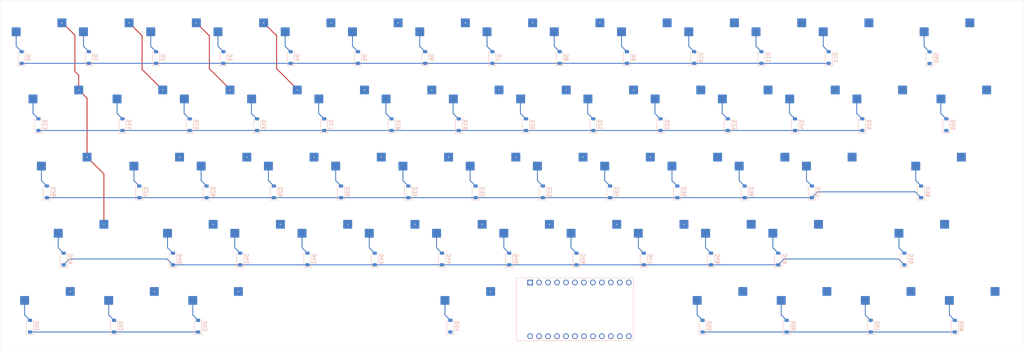
<source format=kicad_pcb>
(kicad_pcb (version 20241229) (generator "pcbnew") (generator_version "9.0")
  (layers (0 "F.Cu" signal) (2 "B.Cu" signal) (13 "F.Paste" user) (15 "B.Paste" user) (5 "F.SilkS" user "F.Silkscreen") (7 "B.SilkS" user "B.Silkscreen") (1 "F.Mask" user) (3 "B.Mask" user) (25 "Edge.Cuts" user))
  (net 0 "")
  (net 1 "Row0")
  (net 2 "Net-(D0-A)")
  (net 3 "Net-(D1-A)")
  (net 4 "Net-(D2-A)")
  (net 5 "Net-(D3-A)")
  (net 6 "Net-(D4-A)")
  (net 7 "Net-(D5-A)")
  (net 8 "Net-(D6-A)")
  (net 9 "Net-(D7-A)")
  (net 10 "Net-(D8-A)")
  (net 11 "Net-(D9-A)")
  (net 12 "Net-(D10-A)")
  (net 13 "Net-(D11-A)")
  (net 14 "Net-(D12-A)")
  (net 15 "Net-(D13-A)")
  (net 16 "Row1")
  (net 17 "Net-(D14-A)")
  (net 18 "Net-(D15-A)")
  (net 19 "Net-(D16-A)")
  (net 20 "Net-(D17-A)")
  (net 21 "Net-(D18-A)")
  (net 22 "Net-(D19-A)")
  (net 23 "Net-(D20-A)")
  (net 24 "Net-(D21-A)")
  (net 25 "Net-(D22-A)")
  (net 26 "Net-(D23-A)")
  (net 27 "Net-(D24-A)")
  (net 28 "Net-(D25-A)")
  (net 29 "Net-(D26-A)")
  (net 30 "Net-(D27-A)")
  (net 31 "Net-(D28-A)")
  (net 32 "Row2")
  (net 33 "Net-(D29-A)")
  (net 34 "Net-(D30-A)")
  (net 35 "Net-(D31-A)")
  (net 36 "Net-(D32-A)")
  (net 37 "Net-(D33-A)")
  (net 38 "Net-(D34-A)")
  (net 39 "Net-(D35-A)")
  (net 40 "Net-(D36-A)")
  (net 41 "Net-(D37-A)")
  (net 42 "Net-(D38-A)")
  (net 43 "Net-(D39-A)")
  (net 44 "Net-(D40-A)")
  (net 45 "Row3")
  (net 46 "Net-(D41-A)")
  (net 47 "Net-(D42-A)")
  (net 48 "Net-(D43-A)")
  (net 49 "Net-(D44-A)")
  (net 50 "Net-(D45-A)")
  (net 51 "Net-(D46-A)")
  (net 52 "Net-(D47-A)")
  (net 53 "Net-(D48-A)")
  (net 54 "Net-(D49-A)")
  (net 55 "Net-(D50-A)")
  (net 56 "Net-(D51-A)")
  (net 57 "Net-(D52-A)")
  (net 58 "Net-(D53-A)")
  (net 59 "Net-(D54-A)")
  (net 60 "Net-(D55-A)")
  (net 61 "Net-(D56-A)")
  (net 62 "Net-(D57-A)")
  (net 63 "Net-(D58-A)")
  (net 64 "Net-(D59-A)")
  (net 65 "Net-(D60-A)")
  (net 66 "Col0")
  (net 67 "Col1")
  (net 68 "Col2")
  (net 69 "Col3")
  (net 70 "Col4")
  (net 71 "Col5")
  (net 72 "Col6")
  (net 73 "Col7")
  (net 74 "Col8")
  (net 75 "Col9")
  (net 76 "Col10")
  (net 77 "Col11")
  (net 78 "Col12")
  (net 79 "Net-(U1-5V)")
  (net 82 "Row4")
  (net 84 "GND")
  (footprint "MX_Hotswap:MX-Hotswap-1U" (layer "B.Cu") (at 118.26875 96.04375 180)
    (property "Reference" "K003")
    (property "Value" "3")
  )
  (footprint "Diode_SMD:D_SOD-123" (layer "B.Cu") (at 198.4375 119.85625 90)
    (property "Reference" "D20")
    (property "Value" "D")
  )
  (footprint "Diode_SMD:D_SOD-123" (layer "B.Cu") (at 103.1875 119.85625 90)
    (property "Reference" "D15")
    (property "Value" "D")
  )
  (footprint "Diode_SMD:D_SOD-123" (layer "B.Cu") (at 174.625 157.95625 90)
    (property "Reference" "D44")
    (property "Value" "D")
  )
  (footprint "MX_Hotswap:MX-Hotswap-1.25U" (layer "B.Cu") (at 111.125 172.24375 180)
    (property "Reference" "K402")
    (property "Value" "Command")
  )
  (footprint "Diode_SMD:D_SOD-123" (layer "B.Cu") (at 203.2 138.90625 90)
    (property "Reference" "D33")
    (property "Value" "D")
  )
  (footprint "MX_Hotswap:MX-Hotswap-1U" (layer "B.Cu") (at 261.14375 115.09375 180)
    (property "Reference" "K110")
    (property "Value" "P")
  )
  (footprint "Diode_SMD:D_SOD-123" (layer "B.Cu") (at 260.35 138.90625 90)
    (property "Reference" "D36")
    (property "Value" "D")
  )
  (footprint "MX_Hotswap:MX-Hotswap-1U" (layer "B.Cu") (at 156.36875 96.04375 180)
    (property "Reference" "K005")
    (property "Value" "5")
  )
  (footprint "Diode_SMD:D_SOD-123" (layer "B.Cu") (at 241.3 138.90625 90)
    (property "Reference" "D35")
    (property "Value" "D")
  )
  (footprint "MX_Hotswap:MX-Hotswap-1U" (layer "B.Cu") (at 203.99375 115.09375 180)
    (property "Reference" "K107")
    (property "Value" "U")
  )
  (footprint "MX_Hotswap:MX-Hotswap-2.25U" (layer "B.Cu") (at 73.025 153.19375 180)
    (property "Reference" "K300")
    (property "Value" "Shift")
  )
  (footprint "MX_Hotswap:MX-Hotswap-1.25U" (layer "B.Cu") (at 325.4375 172.24375 180)
    (property "Reference" "K413")
    (property "Value" "Ctrl")
  )
  (footprint "Diode_SMD:D_SOD-123" (layer "B.Cu") (at 274.6375 119.85625 90)
    (property "Reference" "D24")
    (property "Value" "D")
  )
  (footprint "Diode_SMD:D_SOD-123" (layer "B.Cu") (at 98.425 157.95625 90)
    (property "Reference" "D40")
    (property "Value" "D")
  )
  (footprint "MX_Hotswap:MX-Hotswap-1U" (layer "B.Cu") (at 180.18125 153.19375 180)
    (property "Reference" "K306")
    (property "Value" "B")
  )
  (footprint "Diode_SMD:D_SOD-123" (layer "B.Cu") (at 60.325 119.85625 90)
    (property "Reference" "D13")
    (property "Value" "D")
  )
  (footprint "Diode_SMD:D_SOD-123" (layer "B.Cu") (at 227.0125 100.80625 90)
    (property "Reference" "D9")
    (property "Value" "D")
  )
  (footprint "MX_Hotswap:MX-Hotswap-1U" (layer "B.Cu") (at 280.19375 115.09375 180)
    (property "Reference" "K111")
    (property "Value" "[")
  )
  (footprint "Diode_SMD:D_SOD-123" (layer "B.Cu") (at 107.95 138.90625 90)
    (property "Reference" "D28")
    (property "Value" "D")
  )
  (footprint "Diode_SMD:D_SOD-123" (layer "B.Cu") (at 112.7125 100.80625 90)
    (property "Reference" "D3")
    (property "Value" "D")
  )
  (footprint "Diode_SMD:D_SOD-123" (layer "B.Cu") (at 319.88125 177.00625 90)
    (property "Reference" "D58")
    (property "Value" "D")
  )
  (footprint "MX_Hotswap:MX-Hotswap-1U" (layer "B.Cu") (at 61.11875 96.04375 180)
    (property "Reference" "K000")
    (property "Value" "Esc")
  )
  (footprint "MX_Hotswap:MX-Hotswap-1U" (layer "B.Cu") (at 242.09375 115.09375 180)
    (property "Reference" "K109")
    (property "Value" "O")
  )
  (footprint "MX_Hotswap:MX-Hotswap-1U" (layer "B.Cu") (at 256.38125 153.19375 180)
    (property "Reference" "K310")
    (property "Value" ".")
  )
  (footprint "Diode_SMD:D_SOD-123" (layer "B.Cu") (at 74.6125 100.80625 90)
    (property "Reference" "D1")
    (property "Value" "D")
  )
  (footprint "MX_Hotswap:MX-Hotswap-1U" (layer "B.Cu") (at 113.50625 134.14375 180)
    (property "Reference" "K202")
    (property "Value" "S")
  )
  (footprint "Diode_SMD:D_SOD-123" (layer "B.Cu") (at 284.1625 100.80625 90)
    (property "Reference" "D12")
    (property "Value" "D")
  )
  (footprint "Diode_SMD:D_SOD-123" (layer "B.Cu") (at 136.525 157.95625 90)
    (property "Reference" "D42")
    (property "Value" "D")
  )
  (footprint "Diode_SMD:D_SOD-123" (layer "B.Cu") (at 193.675 157.95625 90)
    (property "Reference" "D45")
    (property "Value" "D")
  )
  (footprint "Diode_SMD:D_SOD-123" (layer "B.Cu") (at 188.9125 100.80625 90)
    (property "Reference" "D7")
    (property "Value" "D")
  )
  (footprint "Diode_SMD:D_SOD-123" (layer "B.Cu") (at 55.5625 100.80625 90)
    (property "Reference" "D0")
    (property "Value" "D")
  )
  (footprint "Diode_SMD:D_SOD-123" (layer "B.Cu") (at 305.59375 157.95625 90)
    (property "Reference" "D50")
    (property "Value" "D")
  )
  (footprint "Diode_SMD:D_SOD-123" (layer "B.Cu") (at 81.75625 177.00625 90)
    (property "Reference" "D52")
    (property "Value" "D")
  )
  (footprint "MX_Hotswap:MX-Hotswap-1U" (layer "B.Cu") (at 237.33125 153.19375 180)
    (property "Reference" "K309")
    (property "Value" ",")
  )
  (footprint "Diode_SMD:D_SOD-123" (layer "B.Cu") (at 317.5 119.85625 90)
    (property "Reference" "D59")
    (property "Value" "D")
  )
  (footprint "Diode_SMD:D_SOD-123" (layer "B.Cu") (at 217.4875 119.85625 90)
    (property "Reference" "D21")
    (property "Value" "D")
  )
  (footprint "MX_Hotswap:MX-Hotswap-1U" (layer "B.Cu") (at 103.98125 153.19375 180)
    (property "Reference" "K302")
    (property "Value" "Z")
  )
  (footprint "Diode_SMD:D_SOD-123" (layer "B.Cu") (at 265.1125 100.80625 90)
    (property "Reference" "D11")
    (property "Value" "D")
  )
  (footprint "MX_Hotswap:MX-Hotswap-1U" (layer "B.Cu") (at 175.41875 96.04375 180)
    (property "Reference" "K006")
    (property "Value" "6")
  )
  (footprint "Diode_SMD:D_SOD-123" (layer "B.Cu") (at 62.70625 138.90625 90)
    (property "Reference" "D26")
    (property "Value" "D")
  )
  (footprint "Diode_SMD:D_SOD-123" (layer "B.Cu") (at 122.2375 119.85625 90)
    (property "Reference" "D16")
    (property "Value" "D")
  )
  (footprint "Diode_SMD:D_SOD-123" (layer "B.Cu") (at 57.94375 177.00625 90)
    (property "Reference" "D51")
    (property "Value" "D")
  )
  (footprint "Diode_SMD:D_SOD-123" (layer "B.Cu") (at 105.56875 177.00625 90)
    (property "Reference" "D53")
    (property "Value" "D")
  )
  (footprint "MX_Hotswap:MX-Hotswap-2.25U" (layer "B.Cu") (at 315.9125 134.14375 180)
    (property "Reference" "K213")
    (property "Value" "Enter")
  )
  (footprint "MX_Hotswap:MX-Hotswap-1.25U" (layer "B.Cu") (at 277.8125 172.24375 180)
    (property "Reference" "K411")
    (property "Value" "Option")
  )
  (footprint "Diode_SMD:D_SOD-123" (layer "B.Cu") (at 169.8625 100.80625 90)
    (property "Reference" "D6")
    (property "Value" "D")
  )
  (footprint "MX_Hotswap:MX-Hotswap-1U" (layer "B.Cu") (at 194.46875 96.04375 180)
    (property "Reference" "K007")
    (property "Value" "7")
  )
  (footprint "Diode_SMD:D_SOD-123" (layer "B.Cu") (at 250.825 157.95625 90)
    (property "Reference" "D48")
    (property "Value" "D")
  )
  (footprint "Diode_SMD:D_SOD-123" (layer "B.Cu") (at 269.875 157.95625 90)
    (property "Reference" "D49")
    (property "Value" "D")
  )
  (footprint "MX_Hotswap:MX-Hotswap-1U" (layer "B.Cu") (at 184.94375 115.09375 180)
    (property "Reference" "K106")
    (property "Value" "Y")
  )
  (footprint "MX_Hotswap:MX-Hotswap-1U" (layer "B.Cu") (at 127.79375 115.09375 180)
    (property "Reference" "K103")
    (property "Value" "E")
  )
  (footprint "MX_Hotswap:MX-Hotswap-1U" (layer "B.Cu") (at 80.16875 96.04375 180)
    (property "Reference" "K001")
    (property "Value" "1")
  )
  (footprint "Diode_SMD:D_SOD-123" (layer "B.Cu") (at 222.25 138.90625 90)
    (property "Reference" "D34")
    (property "Value" "D")
  )
  (footprint "Diode_SMD:D_SOD-123" (layer "B.Cu") (at 177.00625 177.00625 90)
    (property "Reference" "D54")
    (property "Value" "D")
  )
  (footprint "MX_Hotswap:MX-Hotswap-1U" (layer "B.Cu") (at 299.24375 115.09375 180)
    (property "Reference" "K112")
    (property "Value" "]")
  )
  (footprint "MX_Hotswap:MX-Hotswap-1U" (layer "B.Cu") (at 189.70625 134.14375 180)
    (property "Reference" "K206")
    (property "Value" "H")
  )
  (footprint "MX_Hotswap:MX-Hotswap-6.25U-ReversedStabilizers" (layer "B.Cu") (at 182.5625 172.24375 180)
    (property "Reference" "K406")
    (property "Value" "Space")
  )
  (footprint "MX_Hotswap:MX-Hotswap-1U" (layer "B.Cu") (at 208.75625 134.14375 180)
    (property "Reference" "K207")
    (property "Value" "J")
  )
  (footprint "MX_Hotswap:MX-Hotswap-1U" (layer "B.Cu") (at 199.23125 153.19375 180)
    (property "Reference" "K307")
    (property "Value" "N")
  )
  (footprint "Diode_SMD:D_SOD-123" (layer "B.Cu") (at 150.8125 100.80625 90)
    (property "Reference" "D5")
    (property "Value" "D")
  )
  (footprint "Diode_SMD:D_SOD-123" (layer "B.Cu") (at 67.46875 157.95625 90)
    (property "Reference" "D39")
    (property "Value" "D")
  )
  (footprint "Diode_SMD:D_SOD-123" (layer "B.Cu") (at 184.15 138.90625 90)
    (property "Reference" "D32")
    (property "Value" "D")
  )
  (footprint "MX_Hotswap:MX-Hotswap-1.25U" (layer "B.Cu") (at 87.3125 172.24375 180)
    (property "Reference" "K401")
    (property "Value" "Option")
  )
  (footprint "MX_Hotswap:MX-Hotswap-1.5U" (layer "B.Cu") (at 65.88125 115.09375 180)
    (property "Reference" "K100")
    (property "Value" "Tab")
  )
  (footprint "MX_Hotswap:MX-Hotswap-1U" (layer "B.Cu") (at 213.51875 96.04375 180)
    (property "Reference" "K008")
    (property "Value" "8")
  )
  (footprint "Diode_SMD:D_SOD-123" (layer "B.Cu") (at 179.3875 119.85625 90)
    (property "Reference" "D19")
    (property "Value" "D")
  )
  (footprint "MX_Hotswap:MX-Hotswap-1U" (layer "B.Cu") (at 142.08125 153.19375 180)
    (property "Reference" "K304")
    (property "Value" "C")
  )
  (footprint "MX_Hotswap:MX-Hotswap-1U" (layer "B.Cu") (at 227.80625 134.14375 180)
    (property "Reference" "K208")
    (property "Value" "K")
  )
  (footprint "MX_Hotswap:MX-Hotswap-1U" (layer "B.Cu") (at 275.43125 153.19375 180)
    (property "Reference" "K311")
    (property "Value" "/")
  )
  (footprint "MX_Hotswap:MX-Hotswap-1.75U" (layer "B.Cu") (at 68.2625 134.14375 180)
    (property "Reference" "K200")
    (property "Value" "Caps Lock")
  )
  (footprint "Diode_SMD:D_SOD-123" (layer "B.Cu") (at 131.7625 100.80625 90)
    (property "Reference" "D4")
    (property "Value" "D")
  )
  (footprint "MX_Hotswap:MX-Hotswap-1U" (layer "B.Cu") (at 284.95625 134.14375 180)
    (property "Reference" "K211")
    (property "Value" ",")
  )
  (footprint "Diode_SMD:D_SOD-123" (layer "B.Cu") (at 296.06875 177.00625 90)
    (property "Reference" "D57")
    (property "Value" "D")
  )
  (footprint "MX_Hotswap:MX-Hotswap-1U" (layer "B.Cu") (at 289.71875 96.04375 180)
    (property "Reference" "K012")
    (property "Value" "=")
  )
  (footprint "Diode_SMD:D_SOD-123" (layer "B.Cu") (at 272.25625 177.00625 90)
    (property "Reference" "D56")
    (property "Value" "D")
  )
  (footprint "MX_Hotswap:MX-Hotswap-1.25U" (layer "B.Cu") (at 63.5 172.24375 180)
    (property "Reference" "K400")
    (property "Value" "Ctrl")
  )
  (footprint "Diode_SMD:D_SOD-123" (layer "B.Cu") (at 212.725 157.95625 90)
    (property "Reference" "D46")
    (property "Value" "D")
  )
  (footprint "MX_Hotswap:MX-Hotswap-1.25U" (layer "B.Cu") (at 301.625 172.24375 180)
    (property "Reference" "K412")
    (property "Value" "Function")
  )
  (footprint "MX_Hotswap:MX-Hotswap-1U" (layer "B.Cu") (at 132.55625 134.14375 180)
    (property "Reference" "K203")
    (property "Value" "D")
  )
  (footprint "Diode_SMD:D_SOD-123" (layer "B.Cu") (at 127 138.90625 90)
    (property "Reference" "D29")
    (property "Value" "D")
  )
  (footprint "MX_Hotswap:MX-Hotswap-1.5U" (layer "B.Cu") (at 323.05625 115.09375 180)
    (property "Reference" "K113")
    (property "Value" "Pipe")
  )
  (footprint "MX_Hotswap:MX-Hotswap-1U" (layer "B.Cu") (at 151.60625 134.14375 180)
    (property "Reference" "K204")
    (property "Value" "F")
  )
  (footprint "Diode_SMD:D_SOD-123" (layer "B.Cu") (at 279.4 138.90625 90)
    (property "Reference" "D37")
    (property "Value" "D")
  )
  (footprint "MX_Hotswap:MX-Hotswap-1U" (layer "B.Cu") (at 123.03125 153.19375 180)
    (property "Reference" "K303")
    (property "Value" "X")
  )
  (footprint "Diode_SMD:D_SOD-123" (layer "B.Cu") (at 246.0625 100.80625 90)
    (property "Reference" "D10")
    (property "Value" "D")
  )
  (footprint "Diode_SMD:D_SOD-123" (layer "B.Cu") (at 165.1 138.90625 90)
    (property "Reference" "D31")
    (property "Value" "D")
  )
  (footprint "Diode_SMD:D_SOD-123" (layer "B.Cu") (at 155.575 157.95625 90)
    (property "Reference" "D43")
    (property "Value" "D")
  )
  (footprint "MX_Hotswap:MX-Hotswap-1U" (layer "B.Cu") (at 265.90625 134.14375 180)
    (property "Reference" "K210")
    (property "Value" ";")
  )
  (footprint "MX_Hotswap:MX-Hotswap-1U" (layer "B.Cu") (at 170.65625 134.14375 180)
    (property "Reference" "K205")
    (property "Value" "G")
  )
  (footprint "MX_Hotswap:MX-Hotswap-1U" (layer "B.Cu") (at 137.31875 96.04375 180)
    (property "Reference" "K004")
    (property "Value" "4")
  )
  (footprint "Diode_SMD:D_SOD-123" (layer "B.Cu") (at 207.9625 100.80625 90)
    (property "Reference" "D8")
    (property "Value" "D")
  )
  (footprint "MX_Hotswap:MX-Hotswap-1.25U" (layer "B.Cu") (at 254 172.24375 180)
    (property "Reference" "K410")
    (property "Value" "Command")
  )
  (footprint "Diode_SMD:D_SOD-123" (layer "B.Cu") (at 117.475 157.95625 90)
    (property "Reference" "D41")
    (property "Value" "D")
  )
  (footprint "MX_Hotswap:MX-Hotswap-1U" (layer "B.Cu") (at 246.85625 134.14375 180)
    (property "Reference" "K209")
    (property "Value" "L")
  )
  (footprint "Diode_SMD:D_SOD-123" (layer "B.Cu") (at 293.6875 119.85625 90)
    (property "Reference" "D25")
    (property "Value" "D")
  )
  (footprint "Diode_SMD:D_SOD-123" (layer "B.Cu") (at 310.35625 138.90625 90)
    (property "Reference" "D38")
    (property "Value" "D")
  )
  (footprint "MX_Hotswap:MX-Hotswap-1U" (layer "B.Cu") (at 146.84375 115.09375 180)
    (property "Reference" "K104")
    (property "Value" "R")
  )
  (footprint "MX_Hotswap:MX-Hotswap-1U" (layer "B.Cu") (at 251.61875 96.04375 180)
    (property "Reference" "K010")
    (property "Value" "0")
  )
  (footprint "Diode_SMD:D_SOD-123" (layer "B.Cu") (at 236.5375 119.85625 90)
    (property "Reference" "D22")
    (property "Value" "D")
  )
  (footprint "MX_Hotswap:MX-Hotswap-1U" (layer "B.Cu") (at 161.13125 153.19375 180)
    (property "Reference" "K305")
    (property "Value" "V")
  )
  (footprint "Diode_SMD:D_SOD-123" (layer "B.Cu") (at 93.6625 100.80625 90)
    (property "Reference" "D2")
    (property "Value" "D")
  )
  (footprint "MX_Hotswap:MX-Hotswap-2.75U" (layer "B.Cu") (at 311.15 153.19375 180)
    (property "Reference" "K313")
    (property "Value" "Shift")
  )
  (footprint "MX_Hotswap:MX-Hotswap-1U" (layer "B.Cu") (at 99.21875 96.04375 180)
    (property "Reference" "K002")
    (property "Value" "2")
  )
  (footprint "Diode_SMD:D_SOD-123" (layer "B.Cu") (at 146.05 138.90625 90)
    (property "Reference" "D30")
    (property "Value" "D")
  )
  (footprint "MX_Hotswap:MX-Hotswap-1U" (layer "B.Cu") (at 165.89375 115.09375 180)
    (property "Reference" "K105")
    (property "Value" "T")
  )
  (footprint "MX_Hotswap:MX-Hotswap-1U" (layer "B.Cu") (at 94.45625 134.14375 180)
    (property "Reference" "K201")
    (property "Value" "A")
  )
  (footprint "Diode_SMD:D_SOD-123" (layer "B.Cu") (at 141.2875 119.85625 90)
    (property "Reference" "D17")
    (property "Value" "D")
  )
  (footprint "Diode_SMD:D_SOD-123" (layer "B.Cu") (at 84.1375 119.85625 90)
    (property "Reference" "D14")
    (property "Value" "D")
  )
  (footprint "MX_Hotswap:MX-Hotswap-1U" (layer "B.Cu") (at 89.69375 115.09375 180)
    (property "Reference" "K101")
    (property "Value" "Q")
  )
  (footprint "MX_Hotswap:MX-Hotswap-1U" (layer "B.Cu") (at 108.74375 115.09375 180)
    (property "Reference" "K102")
    (property "Value" "W")
  )
  (footprint "TheOneProMicro-main:TheOneProMicro" (layer "B.Cu") (at 212.3 173.51375 -90)
    (property "Reference" "U1" (hide yes))
    (property "Value" "ProMicro")
  )
  (footprint "Diode_SMD:D_SOD-123" (layer "B.Cu") (at 312.7375 100.86875 90)
    (property "Reference" "D60")
    (property "Value" "D")
  )
  (footprint "MX_Hotswap:MX-Hotswap-1U" (layer "B.Cu") (at 232.56875 96.04375 180)
    (property "Reference" "K009")
    (property "Value" "9")
  )
  (footprint "Diode_SMD:D_SOD-123" (layer "B.Cu") (at 160.3375 119.85625 90)
    (property "Reference" "D18")
    (property "Value" "D")
  )
  (footprint "Diode_SMD:D_SOD-123" (layer "B.Cu") (at 231.775 157.95625 90)
    (property "Reference" "D47")
    (property "Value" "D")
  )
  (footprint "Diode_SMD:D_SOD-123" (layer "B.Cu") (at 255.5875 119.85625 90)
    (property "Reference" "D23")
    (property "Value" "D")
  )
  (footprint "MX_Hotswap:MX-Hotswap-1U" (layer "B.Cu") (at 223.04375 115.09375 180)
    (property "Reference" "K108")
    (property "Value" "I")
  )
  (footprint "MX_Hotswap:MX-Hotswap-1U" (layer "B.Cu") (at 270.66875 96.04375 180)
    (property "Reference" "K011")
    (property "Value" "_")
  )
  (footprint "MX_Hotswap:MX-Hotswap-1U" (layer "B.Cu") (at 218.28125 153.19375 180)
    (property "Reference" "K308")
    (property "Value" "M")
  )
  (footprint "Diode_SMD:D_SOD-123" (layer "B.Cu") (at 88.9 138.90625 90)
    (property "Reference" "D27")
    (property "Value" "D")
  )
  (footprint "MX_Hotswap:MX-Hotswap-2U" (layer "B.Cu") (at 318.29375 96.04375 180)
    (property "Reference" "K013")
    (property "Value" "Backspace")
  )
  (footprint "Diode_SMD:D_SOD-123" (layer "B.Cu") (at 248.44375 177.00625 90)
    (property "Reference" "D55")
    (property "Value" "D")
  )
  (gr_rect (start 49.46875 84.51875) (end 339.46875 183.76875) (stroke (width 0.05)) (fill no) (layer "Edge.Cuts"))
  (segment (start 55.5625 102.45625) (end 284.1625 102.45625) (width 0.254) (layer "B.Cu") (net 1))
  (segment (start 54.03375 93.50375) (end 54.03375 97.6275) (width 0.254) (layer "B.Cu") (net 2))
  (segment (start 54.03375 97.6275) (end 55.5625 99.15625) (width 0.254) (layer "B.Cu") (net 2))
  (segment (start 73.08375 93.50375) (end 73.08375 97.6275) (width 0.254) (layer "B.Cu") (net 3))
  (segment (start 73.08375 97.6275) (end 74.6125 99.15625) (width 0.254) (layer "B.Cu") (net 3))
  (segment (start 92.13375 97.6275) (end 93.6625 99.15625) (width 0.254) (layer "B.Cu") (net 4))
  (segment (start 92.13375 93.50375) (end 92.13375 97.6275) (width 0.254) (layer "B.Cu") (net 4))
  (segment (start 111.18375 97.6275) (end 112.7125 99.15625) (width 0.254) (layer "B.Cu") (net 5))
  (segment (start 111.18375 93.50375) (end 111.18375 97.6275) (width 0.254) (layer "B.Cu") (net 5))
  (segment (start 130.23375 93.50375) (end 130.23375 97.6275) (width 0.254) (layer "B.Cu") (net 6))
  (segment (start 130.23375 97.6275) (end 131.7625 99.15625) (width 0.254) (layer "B.Cu") (net 6))
  (segment (start 149.28375 93.50375) (end 149.28375 97.6275) (width 0.254) (layer "B.Cu") (net 7))
  (segment (start 149.28375 97.6275) (end 150.8125 99.15625) (width 0.254) (layer "B.Cu") (net 7))
  (segment (start 168.33375 97.6275) (end 169.8625 99.15625) (width 0.254) (layer "B.Cu") (net 8))
  (segment (start 168.33375 93.50375) (end 168.33375 97.6275) (width 0.254) (layer "B.Cu") (net 8))
  (segment (start 187.38375 97.6275) (end 188.9125 99.15625) (width 0.254) (layer "B.Cu") (net 9))
  (segment (start 187.38375 93.50375) (end 187.38375 97.6275) (width 0.254) (layer "B.Cu") (net 9))
  (segment (start 206.43375 93.50375) (end 206.43375 97.6275) (width 0.254) (layer "B.Cu") (net 10))
  (segment (start 206.43375 97.6275) (end 207.9625 99.15625) (width 0.254) (layer "B.Cu") (net 10))
  (segment (start 225.48375 93.50375) (end 225.48375 97.6275) (width 0.254) (layer "B.Cu") (net 11))
  (segment (start 225.48375 97.6275) (end 227.0125 99.15625) (width 0.254) (layer "B.Cu") (net 11))
  (segment (start 244.53375 97.6275) (end 246.0625 99.15625) (width 0.254) (layer "B.Cu") (net 12))
  (segment (start 244.53375 93.50375) (end 244.53375 97.6275) (width 0.254) (layer "B.Cu") (net 12))
  (segment (start 263.58375 93.50375) (end 263.58375 97.6275) (width 0.254) (layer "B.Cu") (net 13))
  (segment (start 263.58375 97.6275) (end 265.1125 99.15625) (width 0.254) (layer "B.Cu") (net 13))
  (segment (start 282.63375 97.6275) (end 284.1625 99.15625) (width 0.254) (layer "B.Cu") (net 14))
  (segment (start 282.63375 93.50375) (end 282.63375 97.6275) (width 0.254) (layer "B.Cu") (net 14))
  (segment (start 58.79625 112.55375) (end 58.79625 116.6775) (width 0.254) (layer "B.Cu") (net 15))
  (segment (start 58.79625 116.6775) (end 60.325 118.20625) (width 0.254) (layer "B.Cu") (net 15))
  (segment (start 60.325 121.50625) (end 293.6875 121.50625) (width 0.254) (layer "B.Cu") (net 16))
  (segment (start 82.60875 112.55375) (end 82.60875 116.6775) (width 0.254) (layer "B.Cu") (net 17))
  (segment (start 82.60875 116.6775) (end 84.1375 118.20625) (width 0.254) (layer "B.Cu") (net 17))
  (segment (start 101.6 112.5575) (end 101.6 116.68125) (width 0.254) (layer "B.Cu") (net 18))
  (segment (start 101.6 116.68125) (end 103.12875 118.21) (width 0.254) (layer "B.Cu") (net 18))
  (segment (start 120.65 112.5575) (end 120.65 116.68125) (width 0.254) (layer "B.Cu") (net 19))
  (segment (start 120.65 116.68125) (end 122.17875 118.21) (width 0.254) (layer "B.Cu") (net 19))
  (segment (start 139.7 112.5575) (end 139.7 116.68125) (width 0.254) (layer "B.Cu") (net 20))
  (segment (start 139.7 116.68125) (end 141.22875 118.21) (width 0.254) (layer "B.Cu") (net 20))
  (segment (start 158.75 116.68125) (end 160.27875 118.21) (width 0.254) (layer "B.Cu") (net 21))
  (segment (start 158.75 112.5575) (end 158.75 116.68125) (width 0.254) (layer "B.Cu") (net 21))
  (segment (start 177.8 116.68125) (end 179.32875 118.21) (width 0.254) (layer "B.Cu") (net 22))
  (segment (start 177.8 112.5575) (end 177.8 116.68125) (width 0.254) (layer "B.Cu") (net 22))
  (segment (start 196.85 116.68125) (end 198.37875 118.21) (width 0.254) (layer "B.Cu") (net 23))
  (segment (start 196.85 112.5575) (end 196.85 116.68125) (width 0.254) (layer "B.Cu") (net 23))
  (segment (start 215.9 112.5575) (end 215.9 116.68125) (width 0.254) (layer "B.Cu") (net 24))
  (segment (start 215.9 116.68125) (end 217.42875 118.21) (width 0.254) (layer "B.Cu") (net 24))
  (segment (start 234.95 116.68125) (end 236.47875 118.21) (width 0.254) (layer "B.Cu") (net 25))
  (segment (start 234.95 112.5575) (end 234.95 116.68125) (width 0.254) (layer "B.Cu") (net 25))
  (segment (start 254 116.68125) (end 255.52875 118.21) (width 0.254) (layer "B.Cu") (net 26))
  (segment (start 254 112.5575) (end 254 116.68125) (width 0.254) (layer "B.Cu") (net 26))
  (segment (start 273.05 112.5575) (end 273.05 116.68125) (width 0.254) (layer "B.Cu") (net 27))
  (segment (start 273.05 116.68125) (end 274.57875 118.21) (width 0.254) (layer "B.Cu") (net 27))
  (segment (start 292.1 116.68125) (end 293.62875 118.21) (width 0.254) (layer "B.Cu") (net 28))
  (segment (start 292.1 112.5575) (end 292.1 116.68125) (width 0.254) (layer "B.Cu") (net 28))
  (segment (start 61.1775 135.7275) (end 62.70625 137.25625) (width 0.254) (layer "B.Cu") (net 29))
  (segment (start 61.1775 131.60375) (end 61.1775 135.7275) (width 0.254) (layer "B.Cu") (net 29))
  (segment (start 87.37125 135.7275) (end 88.9 137.25625) (width 0.254) (layer "B.Cu") (net 30))
  (segment (start 87.37125 131.60375) (end 87.37125 135.7275) (width 0.254) (layer "B.Cu") (net 30))
  (segment (start 106.42125 131.60375) (end 106.42125 135.7275) (width 0.254) (layer "B.Cu") (net 31))
  (segment (start 106.42125 135.7275) (end 107.95 137.25625) (width 0.254) (layer "B.Cu") (net 31))
  (segment (start 279.4 140.55625) (end 281.05 138.90625) (width 0.254) (layer "B.Cu") (net 32))
  (segment (start 62.70625 140.55625) (end 279.4 140.55625) (width 0.254) (layer "B.Cu") (net 32))
  (segment (start 308.70625 138.90625) (end 310.35625 140.55625) (width 0.254) (layer "B.Cu") (net 32))
  (segment (start 281.05 138.90625) (end 308.70625 138.90625) (width 0.254) (layer "B.Cu") (net 32))
  (segment (start 125.47125 131.60375) (end 125.47125 135.7275) (width 0.254) (layer "B.Cu") (net 33))
  (segment (start 125.47125 135.7275) (end 127 137.25625) (width 0.254) (layer "B.Cu") (net 33))
  (segment (start 144.52125 131.60375) (end 144.52125 135.7275) (width 0.254) (layer "B.Cu") (net 34))
  (segment (start 144.52125 135.7275) (end 146.05 137.25625) (width 0.254) (layer "B.Cu") (net 34))
  (segment (start 163.57125 131.60375) (end 163.57125 135.7275) (width 0.254) (layer "B.Cu") (net 35))
  (segment (start 163.57125 135.7275) (end 165.1 137.25625) (width 0.254) (layer "B.Cu") (net 35))
  (segment (start 182.62125 131.60375) (end 182.62125 135.7275) (width 0.254) (layer "B.Cu") (net 36))
  (segment (start 182.62125 135.7275) (end 184.15 137.25625) (width 0.254) (layer "B.Cu") (net 36))
  (segment (start 201.67125 135.7275) (end 203.2 137.25625) (width 0.254) (layer "B.Cu") (net 37))
  (segment (start 201.67125 131.60375) (end 201.67125 135.7275) (width 0.254) (layer "B.Cu") (net 37))
  (segment (start 220.72125 131.60375) (end 220.72125 135.7275) (width 0.254) (layer "B.Cu") (net 38))
  (segment (start 220.72125 135.7275) (end 222.25 137.25625) (width 0.254) (layer "B.Cu") (net 38))
  (segment (start 239.77125 131.60375) (end 239.77125 135.7275) (width 0.254) (layer "B.Cu") (net 39))
  (segment (start 239.77125 135.7275) (end 241.3 137.25625) (width 0.254) (layer "B.Cu") (net 39))
  (segment (start 258.82125 135.7275) (end 260.35 137.25625) (width 0.254) (layer "B.Cu") (net 40))
  (segment (start 258.82125 131.60375) (end 258.82125 135.7275) (width 0.254) (layer "B.Cu") (net 40))
  (segment (start 277.87125 135.7275) (end 279.4 137.25625) (width 0.254) (layer "B.Cu") (net 41))
  (segment (start 277.87125 131.60375) (end 277.87125 135.7275) (width 0.254) (layer "B.Cu") (net 41))
  (segment (start 308.8275 135.7275) (end 310.35625 137.25625) (width 0.254) (layer "B.Cu") (net 42))
  (segment (start 308.8275 131.60375) (end 308.8275 135.7275) (width 0.254) (layer "B.Cu") (net 42))
  (segment (start 65.94 154.7775) (end 67.46875 156.30625) (width 0.254) (layer "B.Cu") (net 43))
  (segment (start 65.94 150.65375) (end 65.94 154.7775) (width 0.254) (layer "B.Cu") (net 43))
  (segment (start 96.89625 154.7775) (end 98.425 156.30625) (width 0.254) (layer "B.Cu") (net 44))
  (segment (start 96.89625 150.65375) (end 96.89625 154.7775) (width 0.254) (layer "B.Cu") (net 44))
  (segment (start 96.775 157.95625) (end 98.425 159.60625) (width 0.254) (layer "B.Cu") (net 45))
  (segment (start 269.875 159.60625) (end 271.525 157.95625) (width 0.254) (layer "B.Cu") (net 45))
  (segment (start 303.94375 157.95625) (end 305.59375 159.60625) (width 0.254) (layer "B.Cu") (net 45))
  (segment (start 98.425 159.60625) (end 269.875 159.60625) (width 0.254) (layer "B.Cu") (net 45))
  (segment (start 271.525 157.95625) (end 303.94375 157.95625) (width 0.254) (layer "B.Cu") (net 45))
  (segment (start 69.11875 157.95625) (end 96.775 157.95625) (width 0.254) (layer "B.Cu") (net 45))
  (segment (start 67.46875 159.60625) (end 69.11875 157.95625) (width 0.254) (layer "B.Cu") (net 45))
  (segment (start 115.94625 150.65375) (end 115.94625 154.7775) (width 0.254) (layer "B.Cu") (net 46))
  (segment (start 115.94625 154.7775) (end 117.475 156.30625) (width 0.254) (layer "B.Cu") (net 46))
  (segment (start 134.99625 154.7775) (end 136.525 156.30625) (width 0.254) (layer "B.Cu") (net 47))
  (segment (start 134.99625 150.65375) (end 134.99625 154.7775) (width 0.254) (layer "B.Cu") (net 47))
  (segment (start 154.04625 150.65375) (end 154.04625 154.7775) (width 0.254) (layer "B.Cu") (net 48))
  (segment (start 154.04625 154.7775) (end 155.575 156.30625) (width 0.254) (layer "B.Cu") (net 48))
  (segment (start 173.09625 150.65375) (end 173.09625 154.7775) (width 0.254) (layer "B.Cu") (net 49))
  (segment (start 173.09625 154.7775) (end 174.625 156.30625) (width 0.254) (layer "B.Cu") (net 49))
  (segment (start 192.14625 150.65375) (end 192.14625 154.7775) (width 0.254) (layer "B.Cu") (net 50))
  (segment (start 192.14625 154.7775) (end 193.675 156.30625) (width 0.254) (layer "B.Cu") (net 50))
  (segment (start 211.19625 150.65375) (end 211.19625 154.7775) (width 0.254) (layer "B.Cu") (net 51))
  (segment (start 211.19625 154.7775) (end 212.725 156.30625) (width 0.254) (layer "B.Cu") (net 51))
  (segment (start 230.24625 154.7775) (end 231.775 156.30625) (width 0.254) (layer "B.Cu") (net 52))
  (segment (start 230.24625 150.65375) (end 230.24625 154.7775) (width 0.254) (layer "B.Cu") (net 52))
  (segment (start 249.29625 154.7775) (end 250.825 156.30625) (width 0.254) (layer "B.Cu") (net 53))
  (segment (start 249.29625 150.65375) (end 249.29625 154.7775) (width 0.254) (layer "B.Cu") (net 53))
  (segment (start 268.34625 150.65375) (end 268.34625 154.7775) (width 0.254) (layer "B.Cu") (net 54))
  (segment (start 268.34625 154.7775) (end 269.875 156.30625) (width 0.254) (layer "B.Cu") (net 54))
  (segment (start 304.065 150.65375) (end 304.065 154.7775) (width 0.254) (layer "B.Cu") (net 55))
  (segment (start 304.065 154.7775) (end 305.59375 156.30625) (width 0.254) (layer "B.Cu") (net 55))
  (segment (start 56.415 173.8275) (end 57.94375 175.35625) (width 0.254) (layer "B.Cu") (net 56))
  (segment (start 56.415 169.70375) (end 56.415 173.8275) (width 0.254) (layer "B.Cu") (net 56))
  (segment (start 80.2275 169.70375) (end 80.2275 173.8275) (width 0.254) (layer "B.Cu") (net 57))
  (segment (start 80.2275 173.8275) (end 81.75625 175.35625) (width 0.254) (layer "B.Cu") (net 57))
  (segment (start 104.04 173.8275) (end 105.56875 175.35625) (width 0.254) (layer "B.Cu") (net 58))
  (segment (start 104.04 169.70375) (end 104.04 173.8275) (width 0.254) (layer "B.Cu") (net 58))
  (segment (start 175.4775 169.70375) (end 175.4775 173.8275) (width 0.254) (layer "B.Cu") (net 59))
  (segment (start 175.4775 173.8275) (end 177.00625 175.35625) (width 0.254) (layer "B.Cu") (net 59))
  (segment (start 246.915 169.70375) (end 246.915 173.8275) (width 0.254) (layer "B.Cu") (net 60))
  (segment (start 246.915 173.8275) (end 248.44375 175.35625) (width 0.254) (layer "B.Cu") (net 60))
  (segment (start 270.7275 173.8275) (end 272.25625 175.35625) (width 0.254) (layer "B.Cu") (net 61))
  (segment (start 270.7275 169.70375) (end 270.7275 173.8275) (width 0.254) (layer "B.Cu") (net 61))
  (segment (start 294.54 173.8275) (end 296.06875 175.35625) (width 0.254) (layer "B.Cu") (net 62))
  (segment (start 294.54 169.70375) (end 294.54 173.8275) (width 0.254) (layer "B.Cu") (net 62))
  (segment (start 318.3525 173.8275) (end 319.88125 175.35625) (width 0.254) (layer "B.Cu") (net 63))
  (segment (start 318.3525 169.70375) (end 318.3525 173.8275) (width 0.254) (layer "B.Cu") (net 63))
  (segment (start 315.9125 112.5575) (end 315.9125 116.68125) (width 0.254) (layer "B.Cu") (net 64))
  (segment (start 315.9125 116.68125) (end 317.44125 118.21) (width 0.254) (layer "B.Cu") (net 64))
  (segment (start 311.20875 93.50375) (end 311.20875 97.69) (width 0.254) (layer "B.Cu") (net 65))
  (segment (start 311.20875 97.69) (end 312.7375 99.21875) (width 0.254) (layer "B.Cu") (net 65))
  (segment (start 70.64375 104.775) (end 71.72325 105.8545) (width 0.254) (layer "F.Cu") (net 66))
  (segment (start 78.867 133.82625) (end 78.867 148.11375) (width 0.254) (layer "F.Cu") (net 66))
  (segment (start 70.64375 94.45625) (end 70.64375 104.775) (width 0.254) (layer "F.Cu") (net 66))
  (segment (start 74.1045 129.06375) (end 78.867 133.82625) (width 0.254) (layer "F.Cu") (net 66))
  (segment (start 71.72325 110.01375) (end 74.1045 112.395) (width 0.254) (layer "F.Cu") (net 66))
  (segment (start 71.72325 105.8545) (end 71.72325 110.01375) (width 0.254) (layer "F.Cu") (net 66))
  (segment (start 67.15125 90.96375) (end 70.64375 94.45625) (width 0.254) (layer "F.Cu") (net 66))
  (segment (start 66.96075 90.96375) (end 67.15125 90.96375) (width 0.254) (layer "F.Cu") (net 66))
  (segment (start 74.1045 112.395) (end 74.1045 129.06375) (width 0.254) (layer "F.Cu") (net 66))
  (via (at 69.342 167.16375) (size 0.6) (drill 0.3) (layers "F.Cu" "B.Cu") (net 66))
  (via (at 78.867 148.11375) (size 0.6) (drill 0.3) (layers "F.Cu" "B.Cu") (net 66))
  (via (at 71.72325 110.01375) (size 0.6) (drill 0.3) (layers "F.Cu" "B.Cu") (net 66))
  (via (at 66.96075 90.96375) (size 0.6) (drill 0.3) (layers "F.Cu" "B.Cu") (net 66))
  (via (at 74.1045 129.06375) (size 0.6) (drill 0.3) (layers "F.Cu" "B.Cu") (net 66))
  (segment (start 86.01075 90.96375) (end 89.69375 94.64675) (width 0.254) (layer "F.Cu") (net 67))
  (segment (start 89.69375 104.17175) (end 95.53575 110.01375) (width 0.254) (layer "F.Cu") (net 67))
  (segment (start 89.69375 94.64675) (end 89.69375 104.17175) (width 0.254) (layer "F.Cu") (net 67))
  (via (at 95.53575 110.01375) (size 0.6) (drill 0.3) (layers "F.Cu" "B.Cu") (net 67))
  (via (at 86.01075 90.96375) (size 0.6) (drill 0.3) (layers "F.Cu" "B.Cu") (net 67))
  (via (at 93.1545 167.16375) (size 0.6) (drill 0.3) (layers "F.Cu" "B.Cu") (net 67))
  (via (at 109.82325 148.11375) (size 0.6) (drill 0.3) (layers "F.Cu" "B.Cu") (net 67))
  (via (at 100.29825 129.06375) (size 0.6) (drill 0.3) (layers "F.Cu" "B.Cu") (net 67))
  (segment (start 108.74375 94.64675) (end 108.74375 103.98125) (width 0.254) (layer "F.Cu") (net 68))
  (segment (start 114.58575 109.82325) (end 114.58575 110.01375) (width 0.254) (layer "F.Cu") (net 68))
  (segment (start 108.74375 103.98125) (end 114.58575 109.82325) (width 0.254) (layer "F.Cu") (net 68))
  (segment (start 105.06075 90.96375) (end 108.74375 94.64675) (width 0.254) (layer "F.Cu") (net 68))
  (via (at 105.06075 90.96375) (size 0.6) (drill 0.3) (layers "F.Cu" "B.Cu") (net 68))
  (via (at 119.34825 129.06375) (size 0.6) (drill 0.3) (layers "F.Cu" "B.Cu") (net 68))
  (via (at 116.967 167.16375) (size 0.6) (drill 0.3) (layers "F.Cu" "B.Cu") (net 68))
  (via (at 114.58575 110.01375) (size 0.6) (drill 0.3) (layers "F.Cu" "B.Cu") (net 68))
  (segment (start 133.63575 109.82325) (end 133.63575 110.01375) (width 0.254) (layer "F.Cu") (net 69))
  (segment (start 127.79375 103.98125) (end 133.63575 109.82325) (width 0.254) (layer "F.Cu") (net 69))
  (segment (start 127.60325 94.45625) (end 127.79375 94.45625) (width 0.254) (layer "F.Cu") (net 69))
  (segment (start 127.79375 94.45625) (end 127.79375 103.98125) (width 0.254) (layer "F.Cu") (net 69))
  (segment (start 124.11075 90.96375) (end 127.60325 94.45625) (width 0.254) (layer "F.Cu") (net 69))
  (via (at 124.11075 90.96375) (size 0.6) (drill 0.3) (layers "F.Cu" "B.Cu") (net 69))
  (via (at 138.39825 129.06375) (size 0.6) (drill 0.3) (layers "F.Cu" "B.Cu") (net 69))
  (via (at 133.63575 110.01375) (size 0.6) (drill 0.3) (layers "F.Cu" "B.Cu") (net 69))
  (via (at 128.87325 148.11375) (size 0.6) (drill 0.3) (layers "F.Cu" "B.Cu") (net 69))
  (via (at 143.16075 90.96375) (size 0.6) (drill 0.3) (layers "F.Cu" "B.Cu") (net 70))
  (via (at 147.92325 148.11375) (size 0.6) (drill 0.3) (layers "F.Cu" "B.Cu") (net 70))
  (via (at 152.68575 110.01375) (size 0.6) (drill 0.3) (layers "F.Cu" "B.Cu") (net 70))
  (via (at 157.44825 129.06375) (size 0.6) (drill 0.3) (layers "F.Cu" "B.Cu") (net 70))
  (via (at 171.73575 110.01375) (size 0.6) (drill 0.3) (layers "F.Cu" "B.Cu") (net 71))
  (via (at 188.4045 167.16375) (size 0.6) (drill 0.3) (layers "F.Cu" "B.Cu") (net 71))
  (via (at 176.49825 129.06375) (size 0.6) (drill 0.3) (layers "F.Cu" "B.Cu") (net 71))
  (via (at 162.21075 90.96375) (size 0.6) (drill 0.3) (layers "F.Cu" "B.Cu") (net 71))
  (via (at 166.97325 148.11375) (size 0.6) (drill 0.3) (layers "F.Cu" "B.Cu") (net 71))
  (via (at 190.78575 110.01375) (size 0.6) (drill 0.3) (layers "F.Cu" "B.Cu") (net 72))
  (via (at 195.54825 129.06375) (size 0.6) (drill 0.3) (layers "F.Cu" "B.Cu") (net 72))
  (via (at 181.26075 90.96375) (size 0.6) (drill 0.3) (layers "F.Cu" "B.Cu") (net 72))
  (via (at 186.02325 148.11375) (size 0.6) (drill 0.3) (layers "F.Cu" "B.Cu") (net 72))
  (via (at 214.59825 129.06375) (size 0.6) (drill 0.3) (layers "F.Cu" "B.Cu") (net 73))
  (via (at 205.07325 148.11375) (size 0.6) (drill 0.3) (layers "F.Cu" "B.Cu") (net 73))
  (via (at 200.31075 90.96375) (size 0.6) (drill 0.3) (layers "F.Cu" "B.Cu") (net 73))
  (via (at 209.83575 110.01375) (size 0.6) (drill 0.3) (layers "F.Cu" "B.Cu") (net 73))
  (via (at 228.88575 110.01375) (size 0.6) (drill 0.3) (layers "F.Cu" "B.Cu") (net 74))
  (via (at 224.12325 148.11375) (size 0.6) (drill 0.3) (layers "F.Cu" "B.Cu") (net 74))
  (via (at 219.36075 90.96375) (size 0.6) (drill 0.3) (layers "F.Cu" "B.Cu") (net 74))
  (via (at 233.64825 129.06375) (size 0.6) (drill 0.3) (layers "F.Cu" "B.Cu") (net 74))
  (via (at 243.17325 148.11375) (size 0.6) (drill 0.3) (layers "F.Cu" "B.Cu") (net 75))
  (segment (start 57.94375 178.65625) (end 105.56875 178.65625) (width 0.254) (layer "B.Cu") (net 82))
  (segment (start 319.88125 178.65625) (end 248.44375 178.65625) (width 0.254) (layer "B.Cu") (net 82))
)
</source>
